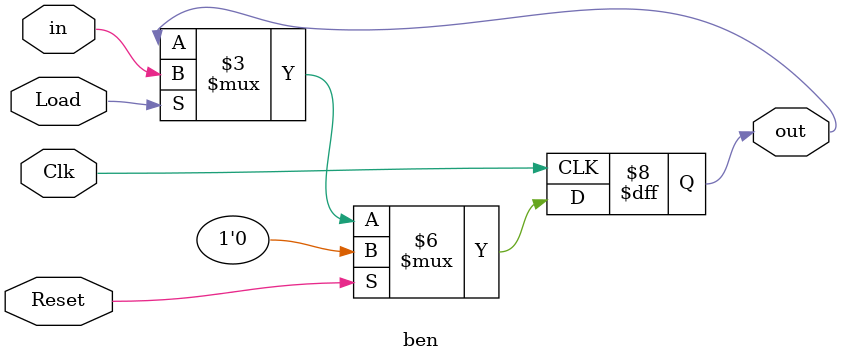
<source format=sv>
module nzp (
	 input  logic Clk, Reset, Load,
    input  logic [2:0] NZP,
    input  logic [15:0] in, 
	 output logic out
);
logic ben;
logic n, z, p;
logic N, Z, P;
assign N = NZP[2];
assign Z = NZP[1];
assign P = NZP[0];

always_ff @ (posedge Clk)
begin 
	if (Load) begin
		 if (in == 16'h0000) begin
			  n = 1'b0;
			  z = 1'b1;
			  p = 1'b0;
		 end
		 else if (in[15] == 1'b0) begin
			  n = 1'b0;
			  z = 1'b0;
			  p = 1'b1;
		 end
		 else begin
			  n = 1'b1;
			  z = 1'b0;
			  p = 1'b0;
		 end
	end
end 

assign out = (N&n) | (Z&z) | (P&p);


endmodule




module ben (
	 input  logic Clk, Reset, Load,
    input  logic in,
	 output logic out
);

always_ff @ (posedge Clk)
begin 
	 if (Reset)
		 out <= 1'b0;
	 else if (Load)
		 out <= in;
	 else 
		  out <= out;
end 
endmodule

</source>
